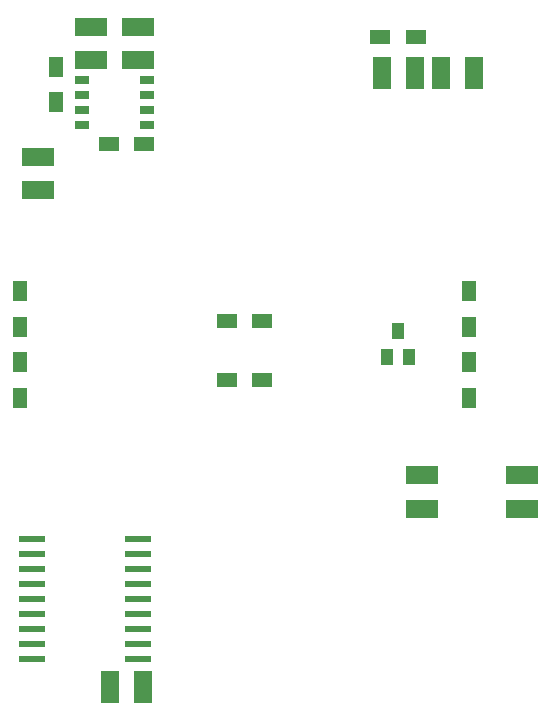
<source format=gbr>
G04 EAGLE Gerber RS-274X export*
G75*
%MOMM*%
%FSLAX34Y34*%
%LPD*%
%INSolderpaste Bottom*%
%IPPOS*%
%AMOC8*
5,1,8,0,0,1.08239X$1,22.5*%
G01*
%ADD10R,2.700000X1.600000*%
%ADD11R,1.600000X2.700000*%
%ADD12R,1.300000X0.700000*%
%ADD13R,2.200000X0.600000*%
%ADD14R,1.200000X1.800000*%
%ADD15R,1.800000X1.200000*%
%ADD16R,1.000000X1.400000*%


D10*
X220000Y619000D03*
X220000Y591000D03*
X500000Y211000D03*
X500000Y239000D03*
X260000Y619000D03*
X260000Y591000D03*
X585000Y211000D03*
X585000Y239000D03*
D11*
X236000Y60000D03*
X264000Y60000D03*
X544000Y580000D03*
X516000Y580000D03*
D10*
X175000Y481000D03*
X175000Y509000D03*
D11*
X466000Y580000D03*
X494000Y580000D03*
D12*
X267500Y548650D03*
X267500Y535950D03*
X267500Y561350D03*
X267500Y574050D03*
X212500Y548650D03*
X212500Y535950D03*
X212500Y561350D03*
X212500Y574050D03*
D13*
X260000Y185000D03*
X260000Y172300D03*
X260000Y159600D03*
X260000Y146900D03*
X260000Y134200D03*
X260000Y121500D03*
X260000Y108800D03*
X260000Y96100D03*
X260000Y83400D03*
X169900Y83400D03*
X169900Y96100D03*
X169900Y108800D03*
X169900Y121500D03*
X169900Y134200D03*
X169900Y146900D03*
X169900Y159600D03*
X169900Y172300D03*
X169900Y185000D03*
D14*
X190000Y584990D03*
X190000Y555010D03*
X160000Y365010D03*
X160000Y394990D03*
D15*
X235010Y520000D03*
X264990Y520000D03*
X494990Y610000D03*
X465010Y610000D03*
X364990Y370000D03*
X335010Y370000D03*
D14*
X540000Y365010D03*
X540000Y394990D03*
X160000Y305010D03*
X160000Y334990D03*
X540000Y334990D03*
X540000Y305010D03*
D15*
X335010Y320000D03*
X364990Y320000D03*
D16*
X480000Y361000D03*
X470500Y339000D03*
X489500Y339000D03*
M02*

</source>
